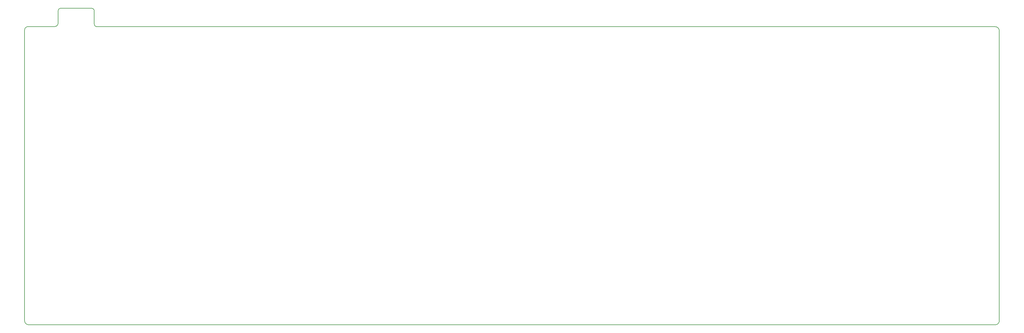
<source format=gbr>
G04 #@! TF.GenerationSoftware,KiCad,Pcbnew,(5.0.0)*
G04 #@! TF.CreationDate,2019-08-12T19:05:12-04:00*
G04 #@! TF.ProjectId,mullet-pcb,6D756C6C65742D7063622E6B69636164,rev?*
G04 #@! TF.SameCoordinates,Original*
G04 #@! TF.FileFunction,Profile,NP*
%FSLAX46Y46*%
G04 Gerber Fmt 4.6, Leading zero omitted, Abs format (unit mm)*
G04 Created by KiCad (PCBNEW (5.0.0)) date 08/12/19 19:05:12*
%MOMM*%
%LPD*%
G01*
G04 APERTURE LIST*
%ADD10C,0.150000*%
G04 APERTURE END LIST*
D10*
X76534794Y-95432274D02*
G75*
G02X75484934Y-96482134I-1049860J0D01*
G01*
X66246166Y-97531994D02*
G75*
G02X67296026Y-96482134I1049860J0D01*
G01*
X86770929Y-90812890D02*
G75*
G02X87663310Y-91705271I0J-892381D01*
G01*
X76534794Y-91705271D02*
G75*
G02X77427175Y-90812890I892381J0D01*
G01*
X77427175Y-90812890D02*
X86770929Y-90812890D01*
X76534794Y-95432274D02*
X76534794Y-91705271D01*
X87663310Y-95694739D02*
X87663310Y-91705271D01*
X75484934Y-96482134D02*
X67296026Y-96482134D01*
X88503198Y-96534627D02*
G75*
G02X87663310Y-95694739I0J839888D01*
G01*
X365966166Y-187202509D02*
G75*
G02X364696166Y-188472509I-1270000J0D01*
G01*
X67516166Y-188472509D02*
G75*
G02X66246166Y-187202509I0J1270000D01*
G01*
X364696166Y-96524509D02*
G75*
G02X365966166Y-97794509I0J-1270000D01*
G01*
X66246166Y-187202509D02*
X66246166Y-97531994D01*
X88503198Y-96534627D02*
X364696166Y-96524509D01*
X365966166Y-97794509D02*
X365966166Y-187202509D01*
X364696166Y-188472509D02*
X67516166Y-188472509D01*
M02*

</source>
